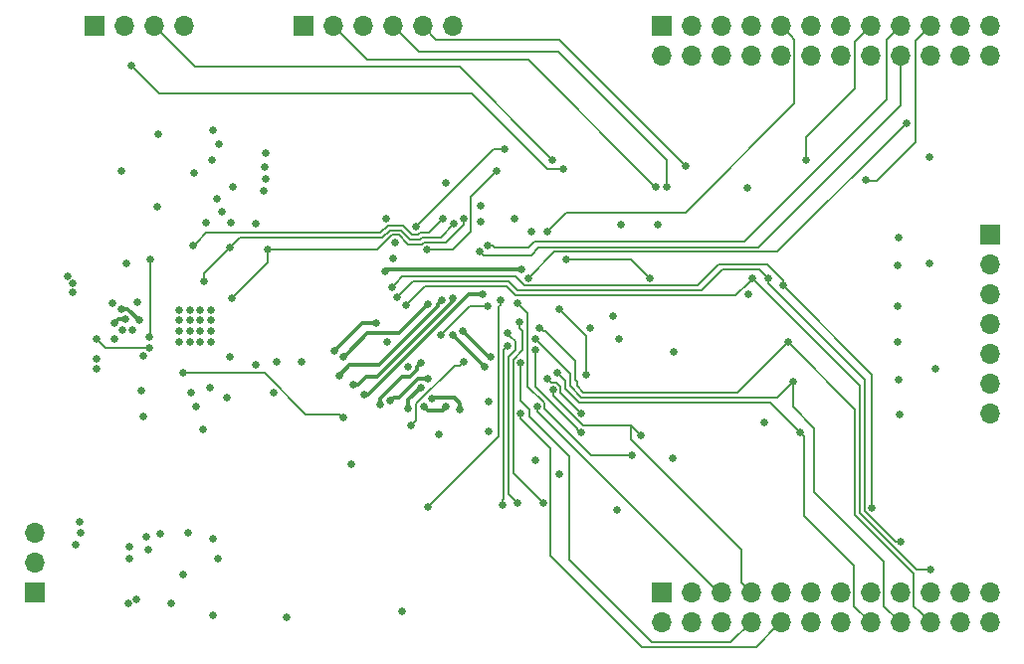
<source format=gbl>
G04 #@! TF.GenerationSoftware,KiCad,Pcbnew,(2017-08-04 revision 7bf9f8e1c)-master*
G04 #@! TF.CreationDate,2018-06-13T20:52:22+02:00*
G04 #@! TF.ProjectId,pcb-f2-a,7063622D66322D612E6B696361645F70,rev?*
G04 #@! TF.SameCoordinates,Original*
G04 #@! TF.FileFunction,Copper,L4,Bot,Signal*
G04 #@! TF.FilePolarity,Positive*
%FSLAX46Y46*%
G04 Gerber Fmt 4.6, Leading zero omitted, Abs format (unit mm)*
G04 Created by KiCad (PCBNEW (2017-08-04 revision 7bf9f8e1c)-master) date Wed Jun 13 20:52:22 2018*
%MOMM*%
%LPD*%
G01*
G04 APERTURE LIST*
%ADD10R,1.700000X1.700000*%
%ADD11O,1.700000X1.700000*%
%ADD12C,0.635000*%
%ADD13C,0.203200*%
%ADD14C,0.300000*%
%ADD15C,0.325000*%
G04 APERTURE END LIST*
D10*
X59360000Y-74600000D03*
D11*
X61900000Y-74600000D03*
X64440000Y-74600000D03*
X66980000Y-74600000D03*
D10*
X135560000Y-92380000D03*
D11*
X135560000Y-94920000D03*
X135560000Y-97460000D03*
X135560000Y-100000000D03*
X135560000Y-102540000D03*
X135560000Y-105080000D03*
X135560000Y-107620000D03*
D10*
X107620000Y-122860000D03*
D11*
X107620000Y-125400000D03*
X110160000Y-122860000D03*
X110160000Y-125400000D03*
X112700000Y-122860000D03*
X112700000Y-125400000D03*
X115240000Y-122860000D03*
X115240000Y-125400000D03*
X117780000Y-122860000D03*
X117780000Y-125400000D03*
X120320000Y-122860000D03*
X120320000Y-125400000D03*
X122860000Y-122860000D03*
X122860000Y-125400000D03*
X125400000Y-122860000D03*
X125400000Y-125400000D03*
X127940000Y-122860000D03*
X127940000Y-125400000D03*
X130480000Y-122860000D03*
X130480000Y-125400000D03*
X133020000Y-122860000D03*
X133020000Y-125400000D03*
X135560000Y-122860000D03*
X135560000Y-125400000D03*
X135560000Y-77140000D03*
X135560000Y-74600000D03*
X133020000Y-77140000D03*
X133020000Y-74600000D03*
X130480000Y-77140000D03*
X130480000Y-74600000D03*
X127940000Y-77140000D03*
X127940000Y-74600000D03*
X125400000Y-77140000D03*
X125400000Y-74600000D03*
X122860000Y-77140000D03*
X122860000Y-74600000D03*
X120320000Y-77140000D03*
X120320000Y-74600000D03*
X117780000Y-77140000D03*
X117780000Y-74600000D03*
X115240000Y-77140000D03*
X115240000Y-74600000D03*
X112700000Y-77140000D03*
X112700000Y-74600000D03*
X110160000Y-77140000D03*
X110160000Y-74600000D03*
X107620000Y-77140000D03*
D10*
X107620000Y-74600000D03*
D11*
X54280000Y-117780000D03*
X54280000Y-120320000D03*
D10*
X54280000Y-122860000D03*
X77140000Y-74600000D03*
D11*
X79680000Y-74600000D03*
X82220000Y-74600000D03*
X84760000Y-74600000D03*
X87300000Y-74600000D03*
X89840000Y-74600000D03*
D12*
X96570000Y-92130000D03*
X69500000Y-124800000D03*
X69287500Y-101487500D03*
X68387500Y-101487500D03*
X67487500Y-101487500D03*
X66587500Y-101487500D03*
X69287500Y-100587500D03*
X68387500Y-100587500D03*
X67487500Y-100587500D03*
X66587500Y-100587500D03*
X69287500Y-99687500D03*
X68387500Y-99687500D03*
X67487500Y-99687500D03*
X66587500Y-99687500D03*
X69287500Y-98787500D03*
X68387500Y-98787500D03*
X67487500Y-98787500D03*
X66587500Y-98787500D03*
X84250000Y-101500000D03*
X70650000Y-106250000D03*
X62375475Y-119000772D03*
X62400000Y-119950000D03*
X59528710Y-103000000D03*
X61100000Y-101250000D03*
X61800000Y-100500000D03*
X60900000Y-98200000D03*
X63000000Y-98100000D03*
X62600000Y-100500000D03*
X84192672Y-90988009D03*
X84975637Y-93027690D03*
X92908457Y-109164383D03*
X130450000Y-85750000D03*
X92265040Y-89915040D03*
X103850000Y-115850000D03*
X73800000Y-88650000D03*
X73950000Y-87650000D03*
X73900000Y-86650000D03*
X74000000Y-85450000D03*
X107300000Y-91500000D03*
X104000000Y-101250000D03*
X103550000Y-99300000D03*
X98900000Y-112800000D03*
X88700000Y-109400000D03*
X108600000Y-111450000D03*
X108650000Y-102350000D03*
X114950000Y-88400000D03*
X115000000Y-97500000D03*
X89300000Y-87950000D03*
X59550000Y-103800000D03*
X69500000Y-118300000D03*
X81200000Y-111900000D03*
X85550000Y-124450000D03*
X65900000Y-123750000D03*
X66950000Y-121300000D03*
X67350000Y-117750000D03*
X63550000Y-107900000D03*
X68650000Y-109000000D03*
X68000000Y-107000000D03*
X74650000Y-105850000D03*
X77000000Y-103200000D03*
X73150000Y-103450000D03*
X67900000Y-87100000D03*
X64750000Y-90050000D03*
X61650000Y-87000000D03*
X64800000Y-83850000D03*
X62100000Y-94800000D03*
X63400000Y-105700000D03*
X94250000Y-85100000D03*
X109650000Y-86500000D03*
X86780954Y-91660974D03*
X106650000Y-96100000D03*
X99550000Y-94500000D03*
X92950000Y-106600000D03*
X70250000Y-90450000D03*
X69850000Y-89300000D03*
X75700000Y-124950000D03*
X86096273Y-103606536D03*
X63546731Y-102705086D03*
X127865040Y-107734960D03*
X84800000Y-94400000D03*
X92272310Y-91238539D03*
X95165040Y-91065040D03*
X71200000Y-88350000D03*
X130900000Y-103850000D03*
X130400000Y-94800000D03*
X127800000Y-104700000D03*
X127700000Y-101550000D03*
X127750000Y-98500000D03*
X127750000Y-95000000D03*
X127850000Y-92650000D03*
X101550000Y-100300000D03*
X104200000Y-91500000D03*
X96900000Y-111600000D03*
X116350000Y-108350000D03*
X73150000Y-91450000D03*
X71000000Y-91400000D03*
X68900000Y-91350000D03*
X70950000Y-102800000D03*
X74850000Y-103250000D03*
X69900000Y-119950000D03*
X58100000Y-116850000D03*
X57800000Y-118800000D03*
X58200000Y-117800000D03*
X69400000Y-86000000D03*
X69500000Y-83500000D03*
X70000000Y-84700000D03*
X69200000Y-105400000D03*
X67650000Y-105850000D03*
X65000000Y-117850000D03*
X63800000Y-118100000D03*
X64000000Y-119250000D03*
X57100000Y-95900000D03*
X57550000Y-97250000D03*
X57500000Y-96550000D03*
X99250000Y-86750000D03*
X62550000Y-77950000D03*
X98350000Y-86000000D03*
X98400000Y-105600000D03*
X105850000Y-109450000D03*
X119900000Y-86050000D03*
X125000000Y-87750000D03*
X92143407Y-93801762D03*
X97900000Y-92100000D03*
X93600002Y-87000000D03*
X95639605Y-103297486D03*
X92850000Y-98500000D03*
X92850002Y-93350000D03*
X95650000Y-107600000D03*
X87700000Y-93650000D03*
X97050000Y-107000000D03*
X96300000Y-96100000D03*
X128450000Y-82900000D03*
X97250000Y-100300000D03*
X118400000Y-101550000D03*
X115400000Y-96100000D03*
X85900000Y-98350000D03*
X130499994Y-120950000D03*
X96889809Y-101250000D03*
X118850000Y-104900000D03*
X85150000Y-97700000D03*
X127950000Y-118550000D03*
X116700000Y-96100000D03*
X98749992Y-104150000D03*
X119450000Y-109250000D03*
X84700000Y-96850000D03*
X125550000Y-115650000D03*
X117950000Y-96700000D03*
X95400006Y-98200000D03*
X105150000Y-111150000D03*
X62250000Y-123800000D03*
X62950000Y-123450000D03*
X107150000Y-88350000D03*
X108100000Y-88350000D03*
X64050006Y-102000000D03*
X59550000Y-101250000D03*
X98899998Y-98700000D03*
X101250000Y-104300000D03*
X94550010Y-101900000D03*
X94150000Y-115400000D03*
X94500000Y-100750000D03*
X95350000Y-115250000D03*
X95550544Y-99850544D03*
X97550000Y-115250000D03*
X100777690Y-107587214D03*
X97950000Y-104650000D03*
X96906784Y-102187069D03*
X100777690Y-109250000D03*
X90777690Y-91056712D03*
X71086600Y-97769387D03*
X74100000Y-93650000D03*
X68700000Y-96317510D03*
X90000000Y-91450000D03*
X70950000Y-93450000D03*
X67800000Y-93350000D03*
X89050000Y-91050000D03*
X64084960Y-101084960D03*
X64100000Y-94500000D03*
X93900000Y-97950000D03*
X87800000Y-115550000D03*
X90800000Y-103200000D03*
X86350000Y-108600004D03*
X88850000Y-100950000D03*
X80550000Y-108000000D03*
X66965370Y-104187174D03*
X82350000Y-106000002D03*
X92453658Y-97431932D03*
X81400000Y-105150000D03*
X89842556Y-97799696D03*
X80200000Y-104400000D03*
X88942181Y-97953368D03*
X80551234Y-102814986D03*
X87762949Y-98334320D03*
X83350000Y-99950000D03*
X79824424Y-102264975D03*
X83721338Y-106860748D03*
X87158439Y-103293320D03*
X84550000Y-106550000D03*
X87800000Y-104650000D03*
X86100000Y-107200000D03*
X87180491Y-105376767D03*
X89296853Y-107067510D03*
X87438211Y-107056849D03*
X88088256Y-106387799D03*
X90506091Y-107242298D03*
X89836002Y-100953626D03*
X92600000Y-103650000D03*
X93128961Y-102817304D03*
X90749996Y-100600000D03*
X84100000Y-95550000D03*
X95730805Y-95330890D03*
X61700000Y-98700000D03*
X63200000Y-99700000D03*
X61100000Y-99900000D03*
X62000000Y-99600000D03*
D13*
X96631163Y-92068837D02*
X96570000Y-92130000D01*
X96681163Y-92068837D02*
X96631163Y-92068837D01*
X63400000Y-105700000D02*
X63300000Y-105600000D01*
X93800988Y-85100000D02*
X94250000Y-85100000D01*
X86780954Y-91660974D02*
X93341928Y-85100000D01*
X93341928Y-85100000D02*
X93800988Y-85100000D01*
X87300000Y-74600000D02*
X88454801Y-75754801D01*
X88454801Y-75754801D02*
X98904801Y-75754801D01*
X98904801Y-75754801D02*
X109650000Y-86500000D01*
X106650000Y-96100000D02*
X105050000Y-94500000D01*
X105050000Y-94500000D02*
X99999012Y-94500000D01*
X99999012Y-94500000D02*
X99550000Y-94500000D01*
X62550000Y-77950000D02*
X64927698Y-80327698D01*
X91498706Y-80327698D02*
X97921008Y-86750000D01*
X64927698Y-80327698D02*
X91498706Y-80327698D01*
X97921008Y-86750000D02*
X98800988Y-86750000D01*
X98800988Y-86750000D02*
X99250000Y-86750000D01*
X67939461Y-78099461D02*
X90449461Y-78099461D01*
X90449461Y-78099461D02*
X98032501Y-85682501D01*
X64440000Y-74600000D02*
X67939461Y-78099461D01*
X98032501Y-85682501D02*
X98350000Y-86000000D01*
X114390001Y-119190001D02*
X105027699Y-109827699D01*
X105027699Y-109827699D02*
X105027699Y-108627699D01*
X115240000Y-122860000D02*
X114390001Y-122010001D01*
X114390001Y-122010001D02*
X114390001Y-119190001D01*
X105850000Y-109450000D02*
X105027699Y-108627699D01*
X98400000Y-106049012D02*
X98400000Y-105600000D01*
X105027699Y-108627699D02*
X100928687Y-108627699D01*
X98400000Y-106099012D02*
X98400000Y-106049012D01*
X100928687Y-108627699D02*
X98400000Y-106099012D01*
X124050000Y-79900000D02*
X124050000Y-75950000D01*
X124050000Y-75950000D02*
X125400000Y-74600000D01*
X119900000Y-84050000D02*
X124050000Y-79900000D01*
X119900000Y-86050000D02*
X119900000Y-84050000D01*
X125000000Y-87750000D02*
X125050000Y-87800000D01*
X125050000Y-87800000D02*
X125950000Y-87800000D01*
X125950000Y-87800000D02*
X129250000Y-84500000D01*
X129250000Y-84500000D02*
X129250000Y-75830000D01*
X129250000Y-75830000D02*
X130480000Y-74600000D01*
X97200000Y-93450000D02*
X115900000Y-93450000D01*
X96530739Y-94119261D02*
X97200000Y-93450000D01*
X92143407Y-93801762D02*
X92460906Y-94119261D01*
X92460906Y-94119261D02*
X96530739Y-94119261D01*
X115900000Y-93450000D02*
X127940000Y-81410000D01*
X127940000Y-81410000D02*
X127940000Y-77140000D01*
X97900000Y-92100000D02*
X99500000Y-90500000D01*
X99500000Y-90500000D02*
X109650000Y-90500000D01*
X109650000Y-90500000D02*
X118934801Y-81215199D01*
X118934801Y-81215199D02*
X118934801Y-75754801D01*
X118934801Y-75754801D02*
X118629999Y-75449999D01*
X118629999Y-75449999D02*
X117780000Y-74600000D01*
X93449014Y-93500000D02*
X96350000Y-93500000D01*
X92850002Y-93350000D02*
X93299014Y-93350000D01*
X114650000Y-93000000D02*
X126785199Y-80864801D01*
X127090001Y-75449999D02*
X127940000Y-74600000D01*
X93299014Y-93350000D02*
X93449014Y-93500000D01*
X96350000Y-93500000D02*
X96850000Y-93000000D01*
X96850000Y-93000000D02*
X114650000Y-93000000D01*
X126785199Y-80864801D02*
X126785199Y-75754801D01*
X126785199Y-75754801D02*
X127090001Y-75449999D01*
X93282503Y-87317499D02*
X93600002Y-87000000D01*
X91400000Y-89200002D02*
X93282503Y-87317499D01*
X91400000Y-92150000D02*
X91400000Y-89200002D01*
X89900000Y-93650000D02*
X91400000Y-92150000D01*
X87700000Y-93650000D02*
X89900000Y-93650000D01*
X95639605Y-103746498D02*
X95639605Y-103297486D01*
X95639605Y-106489605D02*
X95639605Y-103746498D01*
X99800000Y-120050000D02*
X99800000Y-111250000D01*
X113540000Y-127100000D02*
X106850000Y-127100000D01*
X115240000Y-125400000D02*
X113540000Y-127100000D01*
X99800000Y-111250000D02*
X96400000Y-107850000D01*
X106850000Y-127100000D02*
X99800000Y-120050000D01*
X96400000Y-107250000D02*
X95639605Y-106489605D01*
X96400000Y-107850000D02*
X96400000Y-107250000D01*
X128132501Y-83217499D02*
X128450000Y-82900000D01*
X117493589Y-93856411D02*
X128132501Y-83217499D01*
X96300000Y-96100000D02*
X98543589Y-93856411D01*
X98543589Y-93856411D02*
X117493589Y-93856411D01*
X112504241Y-94950000D02*
X110731940Y-96722301D01*
X88850000Y-100950000D02*
X91300000Y-98500000D01*
X91300000Y-98500000D02*
X92400988Y-98500000D01*
X92400988Y-98500000D02*
X92850000Y-98500000D01*
X112700000Y-122860000D02*
X112690000Y-122850000D01*
X112690000Y-122850000D02*
X112450988Y-122850000D01*
X97050000Y-107449012D02*
X97050000Y-107000000D01*
X112450988Y-122850000D02*
X97050000Y-107449012D01*
X112600000Y-122760000D02*
X112700000Y-122860000D01*
X105981660Y-127506411D02*
X115673589Y-127506411D01*
X98200000Y-119724751D02*
X105981660Y-127506411D01*
X98200000Y-110599012D02*
X98200000Y-119724751D01*
X115673589Y-127506411D02*
X117492625Y-125687375D01*
X95650000Y-108049012D02*
X98200000Y-110599012D01*
X95650000Y-107600000D02*
X95650000Y-108049012D01*
X118400000Y-101550000D02*
X124114877Y-107264877D01*
X129094801Y-124014801D02*
X129630001Y-124550001D01*
X124114877Y-107264877D02*
X124114877Y-116285385D01*
X124114877Y-116285385D02*
X129094801Y-121265309D01*
X129094801Y-121265309D02*
X129094801Y-124014801D01*
X129630001Y-124550001D02*
X130480000Y-125400000D01*
X97250000Y-100300000D02*
X97567499Y-100617499D01*
X97567499Y-100617499D02*
X97767499Y-100617499D01*
X97767499Y-100617499D02*
X100250000Y-103100000D01*
X100250000Y-103100000D02*
X100250000Y-104750000D01*
X100250000Y-104750000D02*
X100427699Y-104927699D01*
X100427699Y-104927699D02*
X100427699Y-105277699D01*
X100427699Y-105277699D02*
X101000000Y-105850000D01*
X101000000Y-105850000D02*
X114100000Y-105850000D01*
X114100000Y-105850000D02*
X118400000Y-101550000D01*
X115717499Y-96417499D02*
X115400000Y-96100000D01*
X124521288Y-105221288D02*
X115717499Y-96417499D01*
X124521288Y-116117045D02*
X124521288Y-105221288D01*
X113932501Y-97567499D02*
X115082501Y-96417499D01*
X94413321Y-96762822D02*
X95217998Y-97567499D01*
X87487178Y-96762822D02*
X94413321Y-96762822D01*
X129354243Y-120950000D02*
X124521288Y-116117045D01*
X115082501Y-96417499D02*
X115400000Y-96100000D01*
X130499994Y-120950000D02*
X129354243Y-120950000D01*
X95217998Y-97567499D02*
X113932501Y-97567499D01*
X85900000Y-98350000D02*
X87487178Y-96762822D01*
X97207308Y-101567499D02*
X96889809Y-101250000D01*
X100831660Y-106256411D02*
X99843589Y-105268339D01*
X99843589Y-105268339D02*
X99843589Y-104203780D01*
X99843589Y-104203780D02*
X97207308Y-101567499D01*
X117493589Y-106256411D02*
X100831660Y-106256411D01*
X118850000Y-104900000D02*
X117493589Y-106256411D01*
X118850000Y-104900000D02*
X118850000Y-107050000D01*
X120650000Y-108850000D02*
X120650000Y-114350000D01*
X120650000Y-114350000D02*
X126554801Y-120254801D01*
X126554801Y-124014801D02*
X127940000Y-125400000D01*
X118850000Y-107050000D02*
X120650000Y-108850000D01*
X126554801Y-120254801D02*
X126554801Y-124014801D01*
X116700000Y-96100000D02*
X116700000Y-96549012D01*
X116700000Y-96549012D02*
X124927699Y-104776711D01*
X124927699Y-104776711D02*
X124927699Y-115926711D01*
X124927699Y-115926711D02*
X127550988Y-118550000D01*
X127550988Y-118550000D02*
X127950000Y-118550000D01*
X85467499Y-97382501D02*
X85150000Y-97700000D01*
X86493589Y-96356411D02*
X85467499Y-97382501D01*
X111050280Y-97128712D02*
X95353962Y-97128712D01*
X95353962Y-97128712D02*
X94581661Y-96356411D01*
X112822581Y-95356411D02*
X111050280Y-97128712D01*
X115956411Y-95356411D02*
X112822581Y-95356411D01*
X116700000Y-96100000D02*
X115956411Y-95356411D01*
X94581661Y-96356411D02*
X86493589Y-96356411D01*
X119450000Y-109250000D02*
X119767499Y-109567499D01*
X119767499Y-109567499D02*
X119767499Y-116317499D01*
X119767499Y-116317499D02*
X124014801Y-120564801D01*
X124014801Y-120564801D02*
X124014801Y-124014801D01*
X124014801Y-124014801D02*
X125400000Y-125400000D01*
X119450000Y-109250000D02*
X116862822Y-106662822D01*
X116862822Y-106662822D02*
X100613810Y-106662822D01*
X100613810Y-106662822D02*
X99428712Y-105477724D01*
X99428712Y-105477724D02*
X99428712Y-104828720D01*
X99428712Y-104828720D02*
X99067491Y-104467499D01*
X99067491Y-104467499D02*
X98749992Y-104150000D01*
X116649012Y-94950000D02*
X112504241Y-94950000D01*
X117950000Y-96250988D02*
X116649012Y-94950000D01*
X95228994Y-95950000D02*
X85600000Y-95950000D01*
X110731940Y-96722301D02*
X96001295Y-96722301D01*
X117950000Y-96700000D02*
X117950000Y-96250988D01*
X96001295Y-96722301D02*
X95228994Y-95950000D01*
X85600000Y-95950000D02*
X85017499Y-96532501D01*
X85017499Y-96532501D02*
X84700000Y-96850000D01*
X125550000Y-115200988D02*
X125550000Y-115650000D01*
X117950000Y-96700000D02*
X125550000Y-104300000D01*
X125550000Y-104300000D02*
X125550000Y-115200988D01*
X101650000Y-111150000D02*
X97672301Y-107172301D01*
X105150000Y-111150000D02*
X101650000Y-111150000D01*
X97672301Y-107172301D02*
X97672301Y-106701295D01*
X96267499Y-105296493D02*
X96267499Y-99067493D01*
X97672301Y-106701295D02*
X96267499Y-105296493D01*
X96267499Y-99067493D02*
X95717505Y-98517499D01*
X95717505Y-98517499D02*
X95400006Y-98200000D01*
X106832501Y-88032501D02*
X107150000Y-88350000D01*
X96300000Y-77500000D02*
X106832501Y-88032501D01*
X82580000Y-77500000D02*
X96300000Y-77500000D01*
X79680000Y-74600000D02*
X82580000Y-77500000D01*
X86960000Y-76800000D02*
X98862238Y-76800000D01*
X108100000Y-87900988D02*
X108100000Y-88350000D01*
X108100000Y-86037762D02*
X108100000Y-87900988D01*
X98862238Y-76800000D02*
X108100000Y-86037762D01*
X84760000Y-74600000D02*
X86960000Y-76800000D01*
X63600994Y-102000000D02*
X64050006Y-102000000D01*
X60300000Y-102000000D02*
X63600994Y-102000000D01*
X59550000Y-101250000D02*
X60300000Y-102000000D01*
X99217497Y-99017499D02*
X98899998Y-98700000D01*
X101250000Y-101050002D02*
X99217497Y-99017499D01*
X101250000Y-104300000D02*
X101250000Y-101050002D01*
X94204473Y-102245537D02*
X94232511Y-102217499D01*
X94204473Y-114896515D02*
X94204473Y-102245537D01*
X94150000Y-115400000D02*
X94150000Y-114950988D01*
X94232511Y-102217499D02*
X94550010Y-101900000D01*
X94150000Y-114950988D02*
X94204473Y-114896515D01*
X95222301Y-101472301D02*
X94817499Y-101067499D01*
X94610884Y-102810122D02*
X95222301Y-102198705D01*
X94610884Y-114510884D02*
X94610884Y-102810122D01*
X94817499Y-101067499D02*
X94500000Y-100750000D01*
X95222301Y-102198705D02*
X95222301Y-101472301D01*
X95350000Y-115250000D02*
X94610884Y-114510884D01*
X95817499Y-102207251D02*
X95817499Y-100566511D01*
X95550544Y-100299556D02*
X95550544Y-99850544D01*
X95017295Y-103007455D02*
X95817499Y-102207251D01*
X95817499Y-100566511D02*
X95550544Y-100299556D01*
X95017295Y-112717295D02*
X95017295Y-103007455D01*
X97550000Y-115250000D02*
X95017295Y-112717295D01*
X99022301Y-105831825D02*
X100460191Y-107269715D01*
X98688505Y-104967499D02*
X99022301Y-105301295D01*
X98267499Y-104967499D02*
X98688505Y-104967499D01*
X97950000Y-104650000D02*
X98267499Y-104967499D01*
X100460191Y-107269715D02*
X100777690Y-107587214D01*
X99022301Y-105301295D02*
X99022301Y-105831825D01*
X100460191Y-108932501D02*
X100777690Y-109250000D01*
X96906784Y-102187069D02*
X96906784Y-105361027D01*
X100460191Y-108914434D02*
X100460191Y-108932501D01*
X96906784Y-105361027D02*
X100460191Y-108914434D01*
X90777690Y-91505724D02*
X90777690Y-91056712D01*
X83432321Y-93650000D02*
X84676932Y-92405389D01*
X85274342Y-92405389D02*
X86054076Y-93185123D01*
X86054076Y-93185123D02*
X87243869Y-93185123D01*
X90777690Y-91555724D02*
X90777690Y-91505724D01*
X89305716Y-93027698D02*
X90777690Y-91555724D01*
X74100000Y-93650000D02*
X83432321Y-93650000D01*
X87243869Y-93185123D02*
X87401294Y-93027698D01*
X87401294Y-93027698D02*
X89305716Y-93027698D01*
X84676932Y-92405389D02*
X85274342Y-92405389D01*
X71404099Y-97451888D02*
X71086600Y-97769387D01*
X74100000Y-94755987D02*
X71404099Y-97451888D01*
X74100000Y-93650000D02*
X74100000Y-94755987D01*
X71743589Y-92656411D02*
X71267499Y-93132501D01*
X71267499Y-93132501D02*
X70950000Y-93450000D01*
X86222416Y-92778712D02*
X85442682Y-91998978D01*
X83851159Y-92656411D02*
X71743589Y-92656411D01*
X84508592Y-91998978D02*
X83851159Y-92656411D01*
X85442682Y-91998978D02*
X84508592Y-91998978D01*
X87075529Y-92778712D02*
X86222416Y-92778712D01*
X88828713Y-92621287D02*
X87232954Y-92621287D01*
X90000000Y-91450000D02*
X88828713Y-92621287D01*
X87232954Y-92621287D02*
X87075529Y-92778712D01*
X70950000Y-93450000D02*
X68700000Y-95700000D01*
X68700000Y-95868498D02*
X68700000Y-96317510D01*
X68700000Y-95700000D02*
X68700000Y-95868498D01*
X86907189Y-92372301D02*
X86390756Y-92372301D01*
X68900000Y-92250000D02*
X68117499Y-93032501D01*
X83682819Y-92250000D02*
X68900000Y-92250000D01*
X84340252Y-91592567D02*
X83682819Y-92250000D01*
X85611022Y-91592567D02*
X84340252Y-91592567D01*
X87064614Y-92214876D02*
X86907189Y-92372301D01*
X87885124Y-92214876D02*
X87064614Y-92214876D01*
X89050000Y-91050000D02*
X87885124Y-92214876D01*
X68117499Y-93032501D02*
X67800000Y-93350000D01*
X86390756Y-92372301D02*
X85611022Y-91592567D01*
X64100000Y-94500000D02*
X64100000Y-101069920D01*
X64100000Y-101069920D02*
X64084960Y-101084960D01*
X87800000Y-115550000D02*
X93798062Y-109551938D01*
X93900000Y-98399012D02*
X93900000Y-97950000D01*
X93798062Y-109551938D02*
X93798062Y-98500950D01*
X93798062Y-98500950D02*
X93900000Y-98399012D01*
X90800000Y-103200000D02*
X90482501Y-103517499D01*
X90482501Y-103517499D02*
X90012291Y-103517499D01*
X90012291Y-103517499D02*
X86769101Y-106760689D01*
X86769101Y-106760689D02*
X86769101Y-108180903D01*
X86667499Y-108282505D02*
X86350000Y-108600004D01*
X86769101Y-108180903D02*
X86667499Y-108282505D01*
X80550000Y-108000000D02*
X80232501Y-107682501D01*
X80232501Y-107682501D02*
X77382501Y-107682501D01*
X77382501Y-107682501D02*
X73887174Y-104187174D01*
X73887174Y-104187174D02*
X67414382Y-104187174D01*
X67414382Y-104187174D02*
X66965370Y-104187174D01*
D14*
X82688094Y-106000002D02*
X82350000Y-106000002D01*
X91256164Y-97431932D02*
X82688094Y-106000002D01*
X92453658Y-97431932D02*
X91256164Y-97431932D01*
X89842556Y-97799696D02*
X89842556Y-98067707D01*
X89842556Y-98067707D02*
X83460263Y-104450000D01*
X83460263Y-104450000D02*
X82549012Y-104450000D01*
X82549012Y-104450000D02*
X81849012Y-105150000D01*
X81849012Y-105150000D02*
X81400000Y-105150000D01*
X88942181Y-97953368D02*
X88624682Y-98270867D01*
X88624682Y-98270867D02*
X88624682Y-98507748D01*
X88624682Y-98507748D02*
X83632430Y-103500000D01*
X83632430Y-103500000D02*
X81100000Y-103500000D01*
X81100000Y-103500000D02*
X80200000Y-104400000D01*
X87762949Y-98334320D02*
X85314770Y-100782499D01*
X85314770Y-100782499D02*
X82583721Y-100782499D01*
X82583721Y-100782499D02*
X80868733Y-102497487D01*
X80868733Y-102497487D02*
X80551234Y-102814986D01*
X82139399Y-99950000D02*
X82900988Y-99950000D01*
X82900988Y-99950000D02*
X83350000Y-99950000D01*
X79824424Y-102264975D02*
X82139399Y-99950000D01*
X86840940Y-103923771D02*
X86245475Y-104519236D01*
X85518862Y-104519236D02*
X83721338Y-106316760D01*
X86245475Y-104519236D02*
X85518862Y-104519236D01*
X83721338Y-106411736D02*
X83721338Y-106860748D01*
X87158439Y-103293320D02*
X86840940Y-103610819D01*
X83721338Y-106316760D02*
X83721338Y-106411736D01*
X86840940Y-103610819D02*
X86840940Y-103923771D01*
X84867499Y-106232501D02*
X84550000Y-106550000D01*
X86892544Y-104650000D02*
X85310043Y-106232501D01*
X87800000Y-104650000D02*
X86892544Y-104650000D01*
X85310043Y-106232501D02*
X84867499Y-106232501D01*
X86100000Y-106750988D02*
X86100000Y-107200000D01*
X87180491Y-105376767D02*
X86100000Y-106457258D01*
X86100000Y-106457258D02*
X86100000Y-106750988D01*
X88990015Y-107374348D02*
X89296853Y-107067510D01*
X87755710Y-107374348D02*
X88990015Y-107374348D01*
X87438211Y-107056849D02*
X87755710Y-107374348D01*
X90506091Y-107242298D02*
X90506091Y-106793286D01*
X90506091Y-106793286D02*
X90012805Y-106300000D01*
X90012805Y-106300000D02*
X88100000Y-106300000D01*
X88100000Y-106300000D02*
X88100000Y-106376055D01*
X88100000Y-106376055D02*
X88088256Y-106387799D01*
X92600000Y-103650000D02*
X89903626Y-100953626D01*
X89903626Y-100953626D02*
X89836002Y-100953626D01*
X92967300Y-102817304D02*
X93128961Y-102817304D01*
X90749996Y-100600000D02*
X92967300Y-102817304D01*
X95730805Y-95330890D02*
X84319110Y-95330890D01*
X84319110Y-95330890D02*
X84100000Y-95550000D01*
D15*
X62200000Y-98700000D02*
X61700000Y-98700000D01*
X63200000Y-99700000D02*
X62200000Y-98700000D01*
X61400000Y-99600000D02*
X61100000Y-99900000D01*
X62000000Y-99600000D02*
X61400000Y-99600000D01*
M02*

</source>
